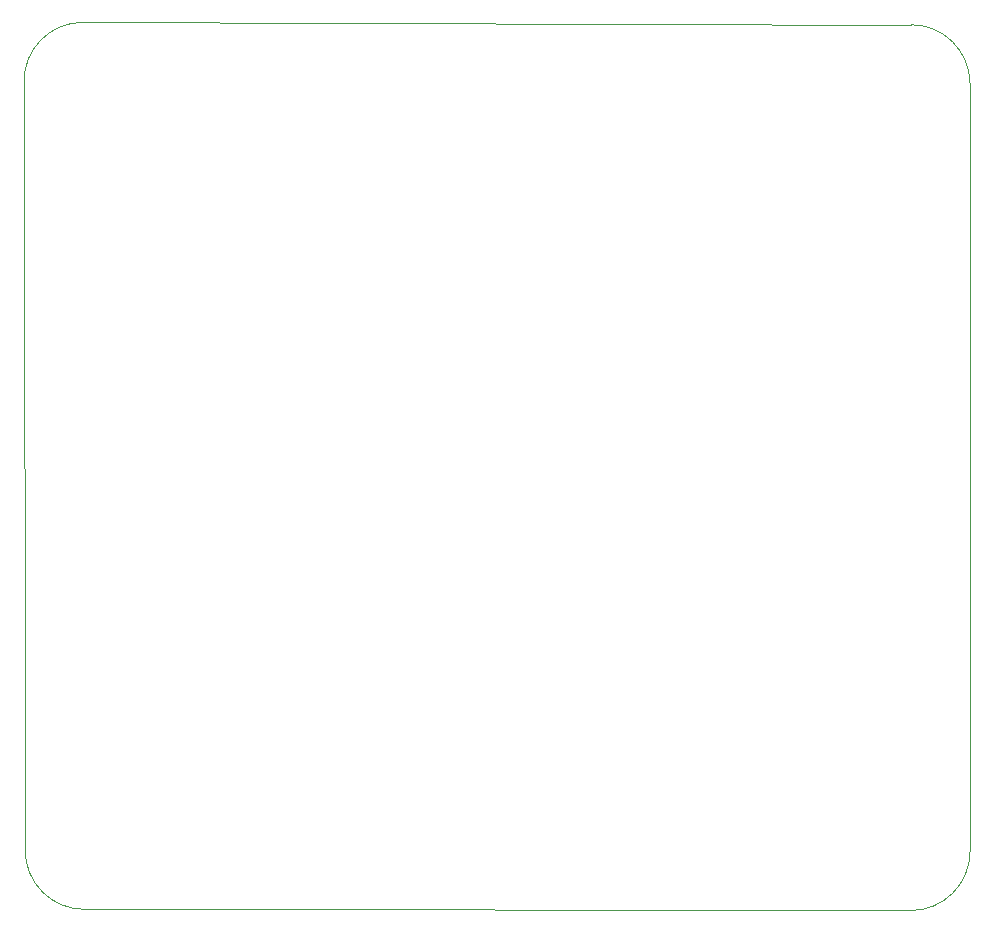
<source format=gbr>
%TF.GenerationSoftware,KiCad,Pcbnew,8.0.5*%
%TF.CreationDate,2025-02-16T14:39:50-08:00*%
%TF.ProjectId,ccm,63636d2e-6b69-4636-9164-5f7063625858,rev?*%
%TF.SameCoordinates,Original*%
%TF.FileFunction,Profile,NP*%
%FSLAX46Y46*%
G04 Gerber Fmt 4.6, Leading zero omitted, Abs format (unit mm)*
G04 Created by KiCad (PCBNEW 8.0.5) date 2025-02-16 14:39:50*
%MOMM*%
%LPD*%
G01*
G04 APERTURE LIST*
%TA.AperFunction,Profile*%
%ADD10C,0.050000*%
%TD*%
G04 APERTURE END LIST*
D10*
X189000000Y-67000000D02*
X189000000Y-132000000D01*
X113900000Y-61800000D02*
X184000000Y-62000000D01*
X189000000Y-132000000D02*
G75*
G02*
X184000000Y-137000000I-5000000J0D01*
G01*
X109000000Y-131900000D02*
X108900000Y-66800000D01*
X184000000Y-137000000D02*
X114000000Y-136900000D01*
X108900000Y-66800000D02*
G75*
G02*
X113900000Y-61800000I5000000J0D01*
G01*
X114000000Y-136900000D02*
G75*
G02*
X109000000Y-131900000I0J5000000D01*
G01*
X184000000Y-62000000D02*
G75*
G02*
X189000000Y-67000000I0J-5000000D01*
G01*
M02*

</source>
